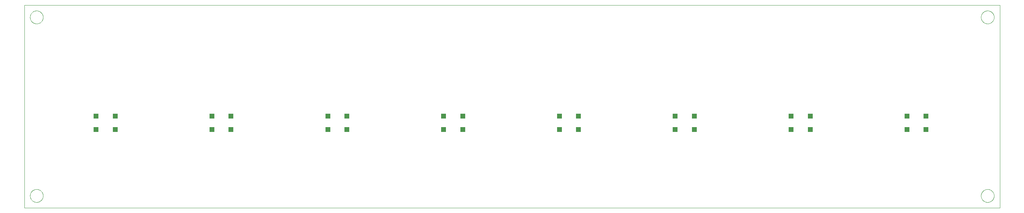
<source format=gtp>
G75*
%MOIN*%
%OFA0B0*%
%FSLAX25Y25*%
%IPPOS*%
%LPD*%
%AMOC8*
5,1,8,0,0,1.08239X$1,22.5*
%
%ADD10C,0.00000*%
%ADD11R,0.05118X0.04724*%
D10*
X0001000Y0001000D02*
X0001000Y0197850D01*
X0945882Y0197850D01*
X0945882Y0001000D01*
X0001000Y0001000D01*
X0006512Y0012811D02*
X0006514Y0012969D01*
X0006520Y0013127D01*
X0006530Y0013285D01*
X0006544Y0013443D01*
X0006562Y0013600D01*
X0006583Y0013757D01*
X0006609Y0013913D01*
X0006639Y0014069D01*
X0006672Y0014224D01*
X0006710Y0014377D01*
X0006751Y0014530D01*
X0006796Y0014682D01*
X0006845Y0014833D01*
X0006898Y0014982D01*
X0006954Y0015130D01*
X0007014Y0015276D01*
X0007078Y0015421D01*
X0007146Y0015564D01*
X0007217Y0015706D01*
X0007291Y0015846D01*
X0007369Y0015983D01*
X0007451Y0016119D01*
X0007535Y0016253D01*
X0007624Y0016384D01*
X0007715Y0016513D01*
X0007810Y0016640D01*
X0007907Y0016765D01*
X0008008Y0016887D01*
X0008112Y0017006D01*
X0008219Y0017123D01*
X0008329Y0017237D01*
X0008442Y0017348D01*
X0008557Y0017457D01*
X0008675Y0017562D01*
X0008796Y0017664D01*
X0008919Y0017764D01*
X0009045Y0017860D01*
X0009173Y0017953D01*
X0009303Y0018043D01*
X0009436Y0018129D01*
X0009571Y0018213D01*
X0009707Y0018292D01*
X0009846Y0018369D01*
X0009987Y0018441D01*
X0010129Y0018511D01*
X0010273Y0018576D01*
X0010419Y0018638D01*
X0010566Y0018696D01*
X0010715Y0018751D01*
X0010865Y0018802D01*
X0011016Y0018849D01*
X0011168Y0018892D01*
X0011321Y0018931D01*
X0011476Y0018967D01*
X0011631Y0018998D01*
X0011787Y0019026D01*
X0011943Y0019050D01*
X0012100Y0019070D01*
X0012258Y0019086D01*
X0012415Y0019098D01*
X0012574Y0019106D01*
X0012732Y0019110D01*
X0012890Y0019110D01*
X0013048Y0019106D01*
X0013207Y0019098D01*
X0013364Y0019086D01*
X0013522Y0019070D01*
X0013679Y0019050D01*
X0013835Y0019026D01*
X0013991Y0018998D01*
X0014146Y0018967D01*
X0014301Y0018931D01*
X0014454Y0018892D01*
X0014606Y0018849D01*
X0014757Y0018802D01*
X0014907Y0018751D01*
X0015056Y0018696D01*
X0015203Y0018638D01*
X0015349Y0018576D01*
X0015493Y0018511D01*
X0015635Y0018441D01*
X0015776Y0018369D01*
X0015915Y0018292D01*
X0016051Y0018213D01*
X0016186Y0018129D01*
X0016319Y0018043D01*
X0016449Y0017953D01*
X0016577Y0017860D01*
X0016703Y0017764D01*
X0016826Y0017664D01*
X0016947Y0017562D01*
X0017065Y0017457D01*
X0017180Y0017348D01*
X0017293Y0017237D01*
X0017403Y0017123D01*
X0017510Y0017006D01*
X0017614Y0016887D01*
X0017715Y0016765D01*
X0017812Y0016640D01*
X0017907Y0016513D01*
X0017998Y0016384D01*
X0018087Y0016253D01*
X0018171Y0016119D01*
X0018253Y0015983D01*
X0018331Y0015846D01*
X0018405Y0015706D01*
X0018476Y0015564D01*
X0018544Y0015421D01*
X0018608Y0015276D01*
X0018668Y0015130D01*
X0018724Y0014982D01*
X0018777Y0014833D01*
X0018826Y0014682D01*
X0018871Y0014530D01*
X0018912Y0014377D01*
X0018950Y0014224D01*
X0018983Y0014069D01*
X0019013Y0013913D01*
X0019039Y0013757D01*
X0019060Y0013600D01*
X0019078Y0013443D01*
X0019092Y0013285D01*
X0019102Y0013127D01*
X0019108Y0012969D01*
X0019110Y0012811D01*
X0019108Y0012653D01*
X0019102Y0012495D01*
X0019092Y0012337D01*
X0019078Y0012179D01*
X0019060Y0012022D01*
X0019039Y0011865D01*
X0019013Y0011709D01*
X0018983Y0011553D01*
X0018950Y0011398D01*
X0018912Y0011245D01*
X0018871Y0011092D01*
X0018826Y0010940D01*
X0018777Y0010789D01*
X0018724Y0010640D01*
X0018668Y0010492D01*
X0018608Y0010346D01*
X0018544Y0010201D01*
X0018476Y0010058D01*
X0018405Y0009916D01*
X0018331Y0009776D01*
X0018253Y0009639D01*
X0018171Y0009503D01*
X0018087Y0009369D01*
X0017998Y0009238D01*
X0017907Y0009109D01*
X0017812Y0008982D01*
X0017715Y0008857D01*
X0017614Y0008735D01*
X0017510Y0008616D01*
X0017403Y0008499D01*
X0017293Y0008385D01*
X0017180Y0008274D01*
X0017065Y0008165D01*
X0016947Y0008060D01*
X0016826Y0007958D01*
X0016703Y0007858D01*
X0016577Y0007762D01*
X0016449Y0007669D01*
X0016319Y0007579D01*
X0016186Y0007493D01*
X0016051Y0007409D01*
X0015915Y0007330D01*
X0015776Y0007253D01*
X0015635Y0007181D01*
X0015493Y0007111D01*
X0015349Y0007046D01*
X0015203Y0006984D01*
X0015056Y0006926D01*
X0014907Y0006871D01*
X0014757Y0006820D01*
X0014606Y0006773D01*
X0014454Y0006730D01*
X0014301Y0006691D01*
X0014146Y0006655D01*
X0013991Y0006624D01*
X0013835Y0006596D01*
X0013679Y0006572D01*
X0013522Y0006552D01*
X0013364Y0006536D01*
X0013207Y0006524D01*
X0013048Y0006516D01*
X0012890Y0006512D01*
X0012732Y0006512D01*
X0012574Y0006516D01*
X0012415Y0006524D01*
X0012258Y0006536D01*
X0012100Y0006552D01*
X0011943Y0006572D01*
X0011787Y0006596D01*
X0011631Y0006624D01*
X0011476Y0006655D01*
X0011321Y0006691D01*
X0011168Y0006730D01*
X0011016Y0006773D01*
X0010865Y0006820D01*
X0010715Y0006871D01*
X0010566Y0006926D01*
X0010419Y0006984D01*
X0010273Y0007046D01*
X0010129Y0007111D01*
X0009987Y0007181D01*
X0009846Y0007253D01*
X0009707Y0007330D01*
X0009571Y0007409D01*
X0009436Y0007493D01*
X0009303Y0007579D01*
X0009173Y0007669D01*
X0009045Y0007762D01*
X0008919Y0007858D01*
X0008796Y0007958D01*
X0008675Y0008060D01*
X0008557Y0008165D01*
X0008442Y0008274D01*
X0008329Y0008385D01*
X0008219Y0008499D01*
X0008112Y0008616D01*
X0008008Y0008735D01*
X0007907Y0008857D01*
X0007810Y0008982D01*
X0007715Y0009109D01*
X0007624Y0009238D01*
X0007535Y0009369D01*
X0007451Y0009503D01*
X0007369Y0009639D01*
X0007291Y0009776D01*
X0007217Y0009916D01*
X0007146Y0010058D01*
X0007078Y0010201D01*
X0007014Y0010346D01*
X0006954Y0010492D01*
X0006898Y0010640D01*
X0006845Y0010789D01*
X0006796Y0010940D01*
X0006751Y0011092D01*
X0006710Y0011245D01*
X0006672Y0011398D01*
X0006639Y0011553D01*
X0006609Y0011709D01*
X0006583Y0011865D01*
X0006562Y0012022D01*
X0006544Y0012179D01*
X0006530Y0012337D01*
X0006520Y0012495D01*
X0006514Y0012653D01*
X0006512Y0012811D01*
X0006512Y0186039D02*
X0006514Y0186197D01*
X0006520Y0186355D01*
X0006530Y0186513D01*
X0006544Y0186671D01*
X0006562Y0186828D01*
X0006583Y0186985D01*
X0006609Y0187141D01*
X0006639Y0187297D01*
X0006672Y0187452D01*
X0006710Y0187605D01*
X0006751Y0187758D01*
X0006796Y0187910D01*
X0006845Y0188061D01*
X0006898Y0188210D01*
X0006954Y0188358D01*
X0007014Y0188504D01*
X0007078Y0188649D01*
X0007146Y0188792D01*
X0007217Y0188934D01*
X0007291Y0189074D01*
X0007369Y0189211D01*
X0007451Y0189347D01*
X0007535Y0189481D01*
X0007624Y0189612D01*
X0007715Y0189741D01*
X0007810Y0189868D01*
X0007907Y0189993D01*
X0008008Y0190115D01*
X0008112Y0190234D01*
X0008219Y0190351D01*
X0008329Y0190465D01*
X0008442Y0190576D01*
X0008557Y0190685D01*
X0008675Y0190790D01*
X0008796Y0190892D01*
X0008919Y0190992D01*
X0009045Y0191088D01*
X0009173Y0191181D01*
X0009303Y0191271D01*
X0009436Y0191357D01*
X0009571Y0191441D01*
X0009707Y0191520D01*
X0009846Y0191597D01*
X0009987Y0191669D01*
X0010129Y0191739D01*
X0010273Y0191804D01*
X0010419Y0191866D01*
X0010566Y0191924D01*
X0010715Y0191979D01*
X0010865Y0192030D01*
X0011016Y0192077D01*
X0011168Y0192120D01*
X0011321Y0192159D01*
X0011476Y0192195D01*
X0011631Y0192226D01*
X0011787Y0192254D01*
X0011943Y0192278D01*
X0012100Y0192298D01*
X0012258Y0192314D01*
X0012415Y0192326D01*
X0012574Y0192334D01*
X0012732Y0192338D01*
X0012890Y0192338D01*
X0013048Y0192334D01*
X0013207Y0192326D01*
X0013364Y0192314D01*
X0013522Y0192298D01*
X0013679Y0192278D01*
X0013835Y0192254D01*
X0013991Y0192226D01*
X0014146Y0192195D01*
X0014301Y0192159D01*
X0014454Y0192120D01*
X0014606Y0192077D01*
X0014757Y0192030D01*
X0014907Y0191979D01*
X0015056Y0191924D01*
X0015203Y0191866D01*
X0015349Y0191804D01*
X0015493Y0191739D01*
X0015635Y0191669D01*
X0015776Y0191597D01*
X0015915Y0191520D01*
X0016051Y0191441D01*
X0016186Y0191357D01*
X0016319Y0191271D01*
X0016449Y0191181D01*
X0016577Y0191088D01*
X0016703Y0190992D01*
X0016826Y0190892D01*
X0016947Y0190790D01*
X0017065Y0190685D01*
X0017180Y0190576D01*
X0017293Y0190465D01*
X0017403Y0190351D01*
X0017510Y0190234D01*
X0017614Y0190115D01*
X0017715Y0189993D01*
X0017812Y0189868D01*
X0017907Y0189741D01*
X0017998Y0189612D01*
X0018087Y0189481D01*
X0018171Y0189347D01*
X0018253Y0189211D01*
X0018331Y0189074D01*
X0018405Y0188934D01*
X0018476Y0188792D01*
X0018544Y0188649D01*
X0018608Y0188504D01*
X0018668Y0188358D01*
X0018724Y0188210D01*
X0018777Y0188061D01*
X0018826Y0187910D01*
X0018871Y0187758D01*
X0018912Y0187605D01*
X0018950Y0187452D01*
X0018983Y0187297D01*
X0019013Y0187141D01*
X0019039Y0186985D01*
X0019060Y0186828D01*
X0019078Y0186671D01*
X0019092Y0186513D01*
X0019102Y0186355D01*
X0019108Y0186197D01*
X0019110Y0186039D01*
X0019108Y0185881D01*
X0019102Y0185723D01*
X0019092Y0185565D01*
X0019078Y0185407D01*
X0019060Y0185250D01*
X0019039Y0185093D01*
X0019013Y0184937D01*
X0018983Y0184781D01*
X0018950Y0184626D01*
X0018912Y0184473D01*
X0018871Y0184320D01*
X0018826Y0184168D01*
X0018777Y0184017D01*
X0018724Y0183868D01*
X0018668Y0183720D01*
X0018608Y0183574D01*
X0018544Y0183429D01*
X0018476Y0183286D01*
X0018405Y0183144D01*
X0018331Y0183004D01*
X0018253Y0182867D01*
X0018171Y0182731D01*
X0018087Y0182597D01*
X0017998Y0182466D01*
X0017907Y0182337D01*
X0017812Y0182210D01*
X0017715Y0182085D01*
X0017614Y0181963D01*
X0017510Y0181844D01*
X0017403Y0181727D01*
X0017293Y0181613D01*
X0017180Y0181502D01*
X0017065Y0181393D01*
X0016947Y0181288D01*
X0016826Y0181186D01*
X0016703Y0181086D01*
X0016577Y0180990D01*
X0016449Y0180897D01*
X0016319Y0180807D01*
X0016186Y0180721D01*
X0016051Y0180637D01*
X0015915Y0180558D01*
X0015776Y0180481D01*
X0015635Y0180409D01*
X0015493Y0180339D01*
X0015349Y0180274D01*
X0015203Y0180212D01*
X0015056Y0180154D01*
X0014907Y0180099D01*
X0014757Y0180048D01*
X0014606Y0180001D01*
X0014454Y0179958D01*
X0014301Y0179919D01*
X0014146Y0179883D01*
X0013991Y0179852D01*
X0013835Y0179824D01*
X0013679Y0179800D01*
X0013522Y0179780D01*
X0013364Y0179764D01*
X0013207Y0179752D01*
X0013048Y0179744D01*
X0012890Y0179740D01*
X0012732Y0179740D01*
X0012574Y0179744D01*
X0012415Y0179752D01*
X0012258Y0179764D01*
X0012100Y0179780D01*
X0011943Y0179800D01*
X0011787Y0179824D01*
X0011631Y0179852D01*
X0011476Y0179883D01*
X0011321Y0179919D01*
X0011168Y0179958D01*
X0011016Y0180001D01*
X0010865Y0180048D01*
X0010715Y0180099D01*
X0010566Y0180154D01*
X0010419Y0180212D01*
X0010273Y0180274D01*
X0010129Y0180339D01*
X0009987Y0180409D01*
X0009846Y0180481D01*
X0009707Y0180558D01*
X0009571Y0180637D01*
X0009436Y0180721D01*
X0009303Y0180807D01*
X0009173Y0180897D01*
X0009045Y0180990D01*
X0008919Y0181086D01*
X0008796Y0181186D01*
X0008675Y0181288D01*
X0008557Y0181393D01*
X0008442Y0181502D01*
X0008329Y0181613D01*
X0008219Y0181727D01*
X0008112Y0181844D01*
X0008008Y0181963D01*
X0007907Y0182085D01*
X0007810Y0182210D01*
X0007715Y0182337D01*
X0007624Y0182466D01*
X0007535Y0182597D01*
X0007451Y0182731D01*
X0007369Y0182867D01*
X0007291Y0183004D01*
X0007217Y0183144D01*
X0007146Y0183286D01*
X0007078Y0183429D01*
X0007014Y0183574D01*
X0006954Y0183720D01*
X0006898Y0183868D01*
X0006845Y0184017D01*
X0006796Y0184168D01*
X0006751Y0184320D01*
X0006710Y0184473D01*
X0006672Y0184626D01*
X0006639Y0184781D01*
X0006609Y0184937D01*
X0006583Y0185093D01*
X0006562Y0185250D01*
X0006544Y0185407D01*
X0006530Y0185565D01*
X0006520Y0185723D01*
X0006514Y0185881D01*
X0006512Y0186039D01*
X0927772Y0186039D02*
X0927774Y0186197D01*
X0927780Y0186355D01*
X0927790Y0186513D01*
X0927804Y0186671D01*
X0927822Y0186828D01*
X0927843Y0186985D01*
X0927869Y0187141D01*
X0927899Y0187297D01*
X0927932Y0187452D01*
X0927970Y0187605D01*
X0928011Y0187758D01*
X0928056Y0187910D01*
X0928105Y0188061D01*
X0928158Y0188210D01*
X0928214Y0188358D01*
X0928274Y0188504D01*
X0928338Y0188649D01*
X0928406Y0188792D01*
X0928477Y0188934D01*
X0928551Y0189074D01*
X0928629Y0189211D01*
X0928711Y0189347D01*
X0928795Y0189481D01*
X0928884Y0189612D01*
X0928975Y0189741D01*
X0929070Y0189868D01*
X0929167Y0189993D01*
X0929268Y0190115D01*
X0929372Y0190234D01*
X0929479Y0190351D01*
X0929589Y0190465D01*
X0929702Y0190576D01*
X0929817Y0190685D01*
X0929935Y0190790D01*
X0930056Y0190892D01*
X0930179Y0190992D01*
X0930305Y0191088D01*
X0930433Y0191181D01*
X0930563Y0191271D01*
X0930696Y0191357D01*
X0930831Y0191441D01*
X0930967Y0191520D01*
X0931106Y0191597D01*
X0931247Y0191669D01*
X0931389Y0191739D01*
X0931533Y0191804D01*
X0931679Y0191866D01*
X0931826Y0191924D01*
X0931975Y0191979D01*
X0932125Y0192030D01*
X0932276Y0192077D01*
X0932428Y0192120D01*
X0932581Y0192159D01*
X0932736Y0192195D01*
X0932891Y0192226D01*
X0933047Y0192254D01*
X0933203Y0192278D01*
X0933360Y0192298D01*
X0933518Y0192314D01*
X0933675Y0192326D01*
X0933834Y0192334D01*
X0933992Y0192338D01*
X0934150Y0192338D01*
X0934308Y0192334D01*
X0934467Y0192326D01*
X0934624Y0192314D01*
X0934782Y0192298D01*
X0934939Y0192278D01*
X0935095Y0192254D01*
X0935251Y0192226D01*
X0935406Y0192195D01*
X0935561Y0192159D01*
X0935714Y0192120D01*
X0935866Y0192077D01*
X0936017Y0192030D01*
X0936167Y0191979D01*
X0936316Y0191924D01*
X0936463Y0191866D01*
X0936609Y0191804D01*
X0936753Y0191739D01*
X0936895Y0191669D01*
X0937036Y0191597D01*
X0937175Y0191520D01*
X0937311Y0191441D01*
X0937446Y0191357D01*
X0937579Y0191271D01*
X0937709Y0191181D01*
X0937837Y0191088D01*
X0937963Y0190992D01*
X0938086Y0190892D01*
X0938207Y0190790D01*
X0938325Y0190685D01*
X0938440Y0190576D01*
X0938553Y0190465D01*
X0938663Y0190351D01*
X0938770Y0190234D01*
X0938874Y0190115D01*
X0938975Y0189993D01*
X0939072Y0189868D01*
X0939167Y0189741D01*
X0939258Y0189612D01*
X0939347Y0189481D01*
X0939431Y0189347D01*
X0939513Y0189211D01*
X0939591Y0189074D01*
X0939665Y0188934D01*
X0939736Y0188792D01*
X0939804Y0188649D01*
X0939868Y0188504D01*
X0939928Y0188358D01*
X0939984Y0188210D01*
X0940037Y0188061D01*
X0940086Y0187910D01*
X0940131Y0187758D01*
X0940172Y0187605D01*
X0940210Y0187452D01*
X0940243Y0187297D01*
X0940273Y0187141D01*
X0940299Y0186985D01*
X0940320Y0186828D01*
X0940338Y0186671D01*
X0940352Y0186513D01*
X0940362Y0186355D01*
X0940368Y0186197D01*
X0940370Y0186039D01*
X0940368Y0185881D01*
X0940362Y0185723D01*
X0940352Y0185565D01*
X0940338Y0185407D01*
X0940320Y0185250D01*
X0940299Y0185093D01*
X0940273Y0184937D01*
X0940243Y0184781D01*
X0940210Y0184626D01*
X0940172Y0184473D01*
X0940131Y0184320D01*
X0940086Y0184168D01*
X0940037Y0184017D01*
X0939984Y0183868D01*
X0939928Y0183720D01*
X0939868Y0183574D01*
X0939804Y0183429D01*
X0939736Y0183286D01*
X0939665Y0183144D01*
X0939591Y0183004D01*
X0939513Y0182867D01*
X0939431Y0182731D01*
X0939347Y0182597D01*
X0939258Y0182466D01*
X0939167Y0182337D01*
X0939072Y0182210D01*
X0938975Y0182085D01*
X0938874Y0181963D01*
X0938770Y0181844D01*
X0938663Y0181727D01*
X0938553Y0181613D01*
X0938440Y0181502D01*
X0938325Y0181393D01*
X0938207Y0181288D01*
X0938086Y0181186D01*
X0937963Y0181086D01*
X0937837Y0180990D01*
X0937709Y0180897D01*
X0937579Y0180807D01*
X0937446Y0180721D01*
X0937311Y0180637D01*
X0937175Y0180558D01*
X0937036Y0180481D01*
X0936895Y0180409D01*
X0936753Y0180339D01*
X0936609Y0180274D01*
X0936463Y0180212D01*
X0936316Y0180154D01*
X0936167Y0180099D01*
X0936017Y0180048D01*
X0935866Y0180001D01*
X0935714Y0179958D01*
X0935561Y0179919D01*
X0935406Y0179883D01*
X0935251Y0179852D01*
X0935095Y0179824D01*
X0934939Y0179800D01*
X0934782Y0179780D01*
X0934624Y0179764D01*
X0934467Y0179752D01*
X0934308Y0179744D01*
X0934150Y0179740D01*
X0933992Y0179740D01*
X0933834Y0179744D01*
X0933675Y0179752D01*
X0933518Y0179764D01*
X0933360Y0179780D01*
X0933203Y0179800D01*
X0933047Y0179824D01*
X0932891Y0179852D01*
X0932736Y0179883D01*
X0932581Y0179919D01*
X0932428Y0179958D01*
X0932276Y0180001D01*
X0932125Y0180048D01*
X0931975Y0180099D01*
X0931826Y0180154D01*
X0931679Y0180212D01*
X0931533Y0180274D01*
X0931389Y0180339D01*
X0931247Y0180409D01*
X0931106Y0180481D01*
X0930967Y0180558D01*
X0930831Y0180637D01*
X0930696Y0180721D01*
X0930563Y0180807D01*
X0930433Y0180897D01*
X0930305Y0180990D01*
X0930179Y0181086D01*
X0930056Y0181186D01*
X0929935Y0181288D01*
X0929817Y0181393D01*
X0929702Y0181502D01*
X0929589Y0181613D01*
X0929479Y0181727D01*
X0929372Y0181844D01*
X0929268Y0181963D01*
X0929167Y0182085D01*
X0929070Y0182210D01*
X0928975Y0182337D01*
X0928884Y0182466D01*
X0928795Y0182597D01*
X0928711Y0182731D01*
X0928629Y0182867D01*
X0928551Y0183004D01*
X0928477Y0183144D01*
X0928406Y0183286D01*
X0928338Y0183429D01*
X0928274Y0183574D01*
X0928214Y0183720D01*
X0928158Y0183868D01*
X0928105Y0184017D01*
X0928056Y0184168D01*
X0928011Y0184320D01*
X0927970Y0184473D01*
X0927932Y0184626D01*
X0927899Y0184781D01*
X0927869Y0184937D01*
X0927843Y0185093D01*
X0927822Y0185250D01*
X0927804Y0185407D01*
X0927790Y0185565D01*
X0927780Y0185723D01*
X0927774Y0185881D01*
X0927772Y0186039D01*
X0927772Y0012811D02*
X0927774Y0012969D01*
X0927780Y0013127D01*
X0927790Y0013285D01*
X0927804Y0013443D01*
X0927822Y0013600D01*
X0927843Y0013757D01*
X0927869Y0013913D01*
X0927899Y0014069D01*
X0927932Y0014224D01*
X0927970Y0014377D01*
X0928011Y0014530D01*
X0928056Y0014682D01*
X0928105Y0014833D01*
X0928158Y0014982D01*
X0928214Y0015130D01*
X0928274Y0015276D01*
X0928338Y0015421D01*
X0928406Y0015564D01*
X0928477Y0015706D01*
X0928551Y0015846D01*
X0928629Y0015983D01*
X0928711Y0016119D01*
X0928795Y0016253D01*
X0928884Y0016384D01*
X0928975Y0016513D01*
X0929070Y0016640D01*
X0929167Y0016765D01*
X0929268Y0016887D01*
X0929372Y0017006D01*
X0929479Y0017123D01*
X0929589Y0017237D01*
X0929702Y0017348D01*
X0929817Y0017457D01*
X0929935Y0017562D01*
X0930056Y0017664D01*
X0930179Y0017764D01*
X0930305Y0017860D01*
X0930433Y0017953D01*
X0930563Y0018043D01*
X0930696Y0018129D01*
X0930831Y0018213D01*
X0930967Y0018292D01*
X0931106Y0018369D01*
X0931247Y0018441D01*
X0931389Y0018511D01*
X0931533Y0018576D01*
X0931679Y0018638D01*
X0931826Y0018696D01*
X0931975Y0018751D01*
X0932125Y0018802D01*
X0932276Y0018849D01*
X0932428Y0018892D01*
X0932581Y0018931D01*
X0932736Y0018967D01*
X0932891Y0018998D01*
X0933047Y0019026D01*
X0933203Y0019050D01*
X0933360Y0019070D01*
X0933518Y0019086D01*
X0933675Y0019098D01*
X0933834Y0019106D01*
X0933992Y0019110D01*
X0934150Y0019110D01*
X0934308Y0019106D01*
X0934467Y0019098D01*
X0934624Y0019086D01*
X0934782Y0019070D01*
X0934939Y0019050D01*
X0935095Y0019026D01*
X0935251Y0018998D01*
X0935406Y0018967D01*
X0935561Y0018931D01*
X0935714Y0018892D01*
X0935866Y0018849D01*
X0936017Y0018802D01*
X0936167Y0018751D01*
X0936316Y0018696D01*
X0936463Y0018638D01*
X0936609Y0018576D01*
X0936753Y0018511D01*
X0936895Y0018441D01*
X0937036Y0018369D01*
X0937175Y0018292D01*
X0937311Y0018213D01*
X0937446Y0018129D01*
X0937579Y0018043D01*
X0937709Y0017953D01*
X0937837Y0017860D01*
X0937963Y0017764D01*
X0938086Y0017664D01*
X0938207Y0017562D01*
X0938325Y0017457D01*
X0938440Y0017348D01*
X0938553Y0017237D01*
X0938663Y0017123D01*
X0938770Y0017006D01*
X0938874Y0016887D01*
X0938975Y0016765D01*
X0939072Y0016640D01*
X0939167Y0016513D01*
X0939258Y0016384D01*
X0939347Y0016253D01*
X0939431Y0016119D01*
X0939513Y0015983D01*
X0939591Y0015846D01*
X0939665Y0015706D01*
X0939736Y0015564D01*
X0939804Y0015421D01*
X0939868Y0015276D01*
X0939928Y0015130D01*
X0939984Y0014982D01*
X0940037Y0014833D01*
X0940086Y0014682D01*
X0940131Y0014530D01*
X0940172Y0014377D01*
X0940210Y0014224D01*
X0940243Y0014069D01*
X0940273Y0013913D01*
X0940299Y0013757D01*
X0940320Y0013600D01*
X0940338Y0013443D01*
X0940352Y0013285D01*
X0940362Y0013127D01*
X0940368Y0012969D01*
X0940370Y0012811D01*
X0940368Y0012653D01*
X0940362Y0012495D01*
X0940352Y0012337D01*
X0940338Y0012179D01*
X0940320Y0012022D01*
X0940299Y0011865D01*
X0940273Y0011709D01*
X0940243Y0011553D01*
X0940210Y0011398D01*
X0940172Y0011245D01*
X0940131Y0011092D01*
X0940086Y0010940D01*
X0940037Y0010789D01*
X0939984Y0010640D01*
X0939928Y0010492D01*
X0939868Y0010346D01*
X0939804Y0010201D01*
X0939736Y0010058D01*
X0939665Y0009916D01*
X0939591Y0009776D01*
X0939513Y0009639D01*
X0939431Y0009503D01*
X0939347Y0009369D01*
X0939258Y0009238D01*
X0939167Y0009109D01*
X0939072Y0008982D01*
X0938975Y0008857D01*
X0938874Y0008735D01*
X0938770Y0008616D01*
X0938663Y0008499D01*
X0938553Y0008385D01*
X0938440Y0008274D01*
X0938325Y0008165D01*
X0938207Y0008060D01*
X0938086Y0007958D01*
X0937963Y0007858D01*
X0937837Y0007762D01*
X0937709Y0007669D01*
X0937579Y0007579D01*
X0937446Y0007493D01*
X0937311Y0007409D01*
X0937175Y0007330D01*
X0937036Y0007253D01*
X0936895Y0007181D01*
X0936753Y0007111D01*
X0936609Y0007046D01*
X0936463Y0006984D01*
X0936316Y0006926D01*
X0936167Y0006871D01*
X0936017Y0006820D01*
X0935866Y0006773D01*
X0935714Y0006730D01*
X0935561Y0006691D01*
X0935406Y0006655D01*
X0935251Y0006624D01*
X0935095Y0006596D01*
X0934939Y0006572D01*
X0934782Y0006552D01*
X0934624Y0006536D01*
X0934467Y0006524D01*
X0934308Y0006516D01*
X0934150Y0006512D01*
X0933992Y0006512D01*
X0933834Y0006516D01*
X0933675Y0006524D01*
X0933518Y0006536D01*
X0933360Y0006552D01*
X0933203Y0006572D01*
X0933047Y0006596D01*
X0932891Y0006624D01*
X0932736Y0006655D01*
X0932581Y0006691D01*
X0932428Y0006730D01*
X0932276Y0006773D01*
X0932125Y0006820D01*
X0931975Y0006871D01*
X0931826Y0006926D01*
X0931679Y0006984D01*
X0931533Y0007046D01*
X0931389Y0007111D01*
X0931247Y0007181D01*
X0931106Y0007253D01*
X0930967Y0007330D01*
X0930831Y0007409D01*
X0930696Y0007493D01*
X0930563Y0007579D01*
X0930433Y0007669D01*
X0930305Y0007762D01*
X0930179Y0007858D01*
X0930056Y0007958D01*
X0929935Y0008060D01*
X0929817Y0008165D01*
X0929702Y0008274D01*
X0929589Y0008385D01*
X0929479Y0008499D01*
X0929372Y0008616D01*
X0929268Y0008735D01*
X0929167Y0008857D01*
X0929070Y0008982D01*
X0928975Y0009109D01*
X0928884Y0009238D01*
X0928795Y0009369D01*
X0928711Y0009503D01*
X0928629Y0009639D01*
X0928551Y0009776D01*
X0928477Y0009916D01*
X0928406Y0010058D01*
X0928338Y0010201D01*
X0928274Y0010346D01*
X0928214Y0010492D01*
X0928158Y0010640D01*
X0928105Y0010789D01*
X0928056Y0010940D01*
X0928011Y0011092D01*
X0927970Y0011245D01*
X0927932Y0011398D01*
X0927899Y0011553D01*
X0927869Y0011709D01*
X0927843Y0011865D01*
X0927822Y0012022D01*
X0927804Y0012179D01*
X0927790Y0012337D01*
X0927780Y0012495D01*
X0927774Y0012653D01*
X0927772Y0012811D01*
D11*
X0874425Y0077181D03*
X0855921Y0077181D03*
X0855921Y0090173D03*
X0874425Y0090173D03*
X0762220Y0090173D03*
X0743717Y0090173D03*
X0743717Y0077181D03*
X0762220Y0077181D03*
X0650016Y0077181D03*
X0631512Y0077181D03*
X0631512Y0090173D03*
X0650016Y0090173D03*
X0537811Y0090173D03*
X0519307Y0090173D03*
X0519307Y0077181D03*
X0537811Y0077181D03*
X0425606Y0077181D03*
X0407102Y0077181D03*
X0407102Y0090173D03*
X0425606Y0090173D03*
X0313402Y0090173D03*
X0294898Y0090173D03*
X0294898Y0077181D03*
X0313402Y0077181D03*
X0201197Y0077181D03*
X0182693Y0077181D03*
X0182693Y0090173D03*
X0201197Y0090173D03*
X0088992Y0090173D03*
X0070488Y0090173D03*
X0070488Y0077181D03*
X0088992Y0077181D03*
M02*

</source>
